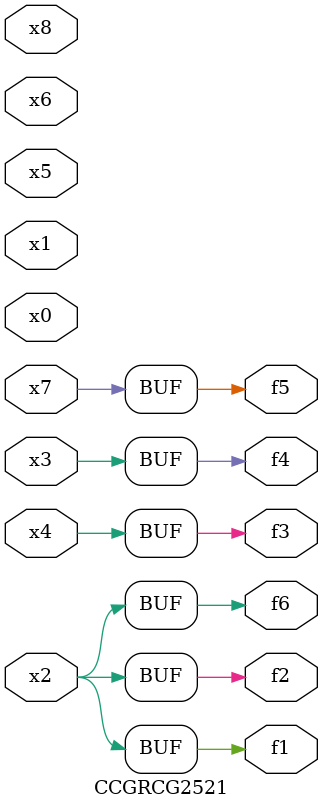
<source format=v>
module CCGRCG2521(
	input x0, x1, x2, x3, x4, x5, x6, x7, x8,
	output f1, f2, f3, f4, f5, f6
);
	assign f1 = x2;
	assign f2 = x2;
	assign f3 = x4;
	assign f4 = x3;
	assign f5 = x7;
	assign f6 = x2;
endmodule

</source>
